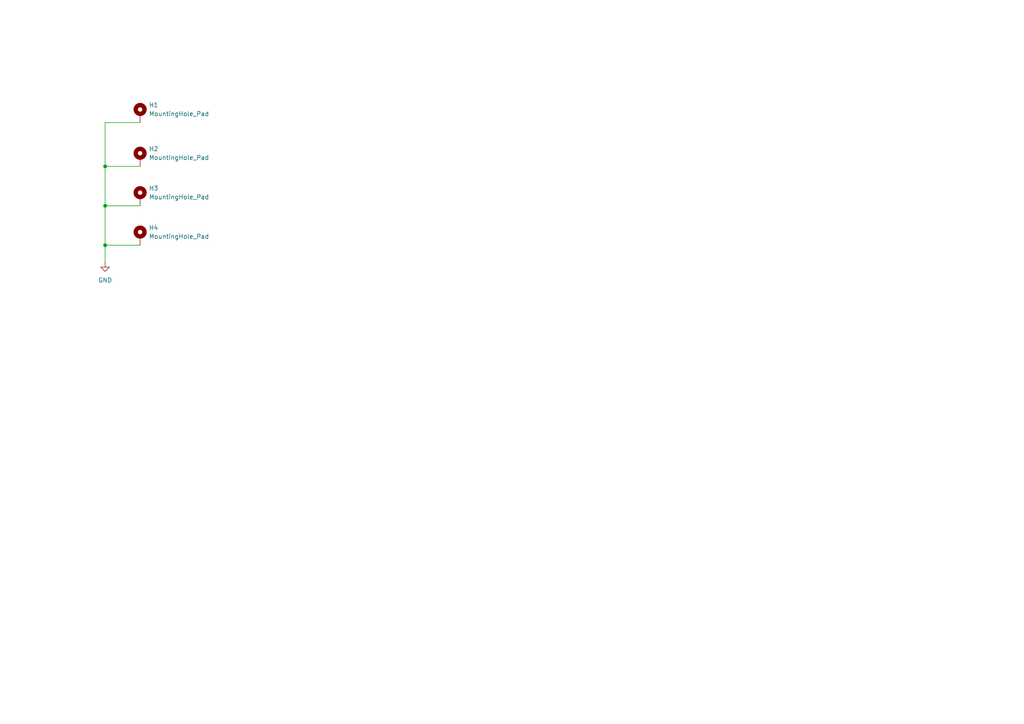
<source format=kicad_sch>
(kicad_sch (version 20231120) (generator "eeschema") (generator_version "8.0")
  (paper "A4")
  (title_block (title "Miscelaneous") (date "2024-07-18") (rev "Final"))
  (lib_symbols
    (symbol "Mechanical:MountingHole_Pad" (pin_numbers hide) (pin_names (offset 1.016) hide)
      (property "Reference" "H" (at 0 6.35 0))
      (property "Value" "MountingHole_Pad" (at 0 4.445 0))
      (symbol "MountingHole_Pad_0_1"
        (circle (center 0 1.27) (radius 1.27) (stroke (width 1.27)))
      )
      (symbol "MountingHole_Pad_1_1"
        (pin input line (at 0 -2.54 90) (length 2.54) (name "1") (number "1"))
      )
    )
    (symbol "power:GND" (power) (pin_names (offset 0))
      (property "Value" "GND" (at 0 -3.81 0))
      (symbol "GND_0_1"
        (polyline (pts (xy 0 0) (xy 0 -1.27) (xy 1.27 -1.27) (xy 0 -2.54) (xy -1.27 -1.27) (xy 0 -1.27)))
      )
      (symbol "GND_1_1"
        (pin power_in line (at 0 0 270) (length 0) hide (name "GND") (number "1"))
      )
    )
  )
  (junction (at 30.48 71.12))
  (junction (at 30.48 59.69))
  (junction (at 30.48 48.26))
  (wire (pts (xy 30.48 48.26) (xy 30.48 59.69)))
  (wire (pts (xy 30.48 71.12) (xy 30.48 76.2)))
  (wire (pts (xy 30.48 59.69) (xy 30.48 71.12)))
  (wire (pts (xy 30.48 48.26) (xy 40.64 48.26)))
  (wire (pts (xy 30.48 59.69) (xy 40.64 59.69)))
  (wire (pts (xy 30.48 71.12) (xy 40.64 71.12)))
  (wire (pts (xy 30.48 35.56) (xy 30.48 48.26)))
  (wire (pts (xy 40.64 35.56) (xy 30.48 35.56)))
  (symbol (lib_id "Mechanical:MountingHole_Pad") (at 40.64 45.72 0) (unit 1)
    (property "Reference" "H2" (at 43.18 43.18 0) (effects (justify left)))
    (property "Value" "MountingHole_Pad" (at 43.18 45.72 0) (effects (justify left)))
    (property "Footprint" "MountingHole:MountingHole_3.2mm_M3_Pad" (effects (hide yes)))
  )
  (symbol (lib_id "Mechanical:MountingHole_Pad") (at 40.64 33.02 0) (unit 1)
    (property "Reference" "H1" (at 43.18 30.48 0) (effects (justify left)))
    (property "Value" "MountingHole_Pad" (at 43.18 33.02 0) (effects (justify left)))
    (property "Footprint" "MountingHole:MountingHole_3.2mm_M3_Pad" (effects (hide yes)))
  )
  (symbol (lib_id "Mechanical:MountingHole_Pad") (at 40.64 57.15 0) (unit 1)
    (property "Reference" "H3" (at 43.18 54.61 0) (effects (justify left)))
    (property "Value" "MountingHole_Pad" (at 43.18 57.15 0) (effects (justify left)))
    (property "Footprint" "MountingHole:MountingHole_3.2mm_M3_Pad" (effects (hide yes)))
  )
  (symbol (lib_id "Mechanical:MountingHole_Pad") (at 40.64 68.58 0) (unit 1)
    (property "Reference" "H4" (at 43.18 66.04 0) (effects (justify left)))
    (property "Value" "MountingHole_Pad" (at 43.18 68.58 0) (effects (justify left)))
    (property "Footprint" "MountingHole:MountingHole_3.2mm_M3_Pad" (effects (hide yes)))
  )
  (symbol (lib_id "power:GND") (at 30.48 76.2 0) (unit 1)
    (property "Reference" "#PWR082" (effects (hide yes)))
    (property "Value" "GND" (at 30.48 81.28 0))
  )
)
</source>
